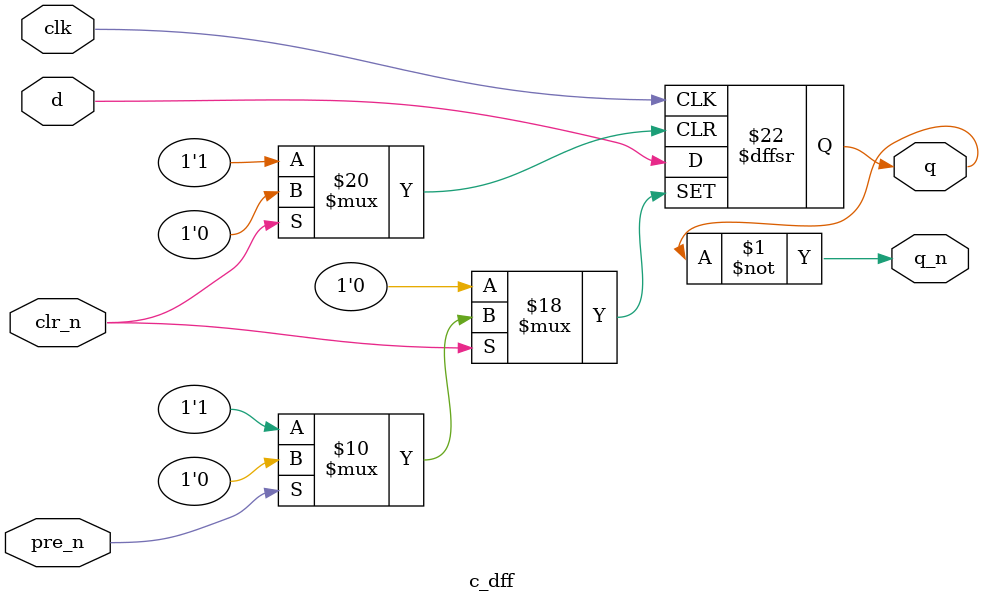
<source format=v>


`timescale 1ns / 1ns
module c_dff (q, q_n, clk, clr_n, pre_n, d);
output q, q_n;
input clk, pre_n, clr_n, d;

reg q = 0;

assign q_n = ~q;

always @ (posedge clk or negedge clr_n or negedge pre_n) begin
  if (clr_n == 1'b0)
    q <= 1'b0;
  else if (pre_n == 1'b0)
    q <= 1'b1;
  else
    q <= d;
end

endmodule

</source>
